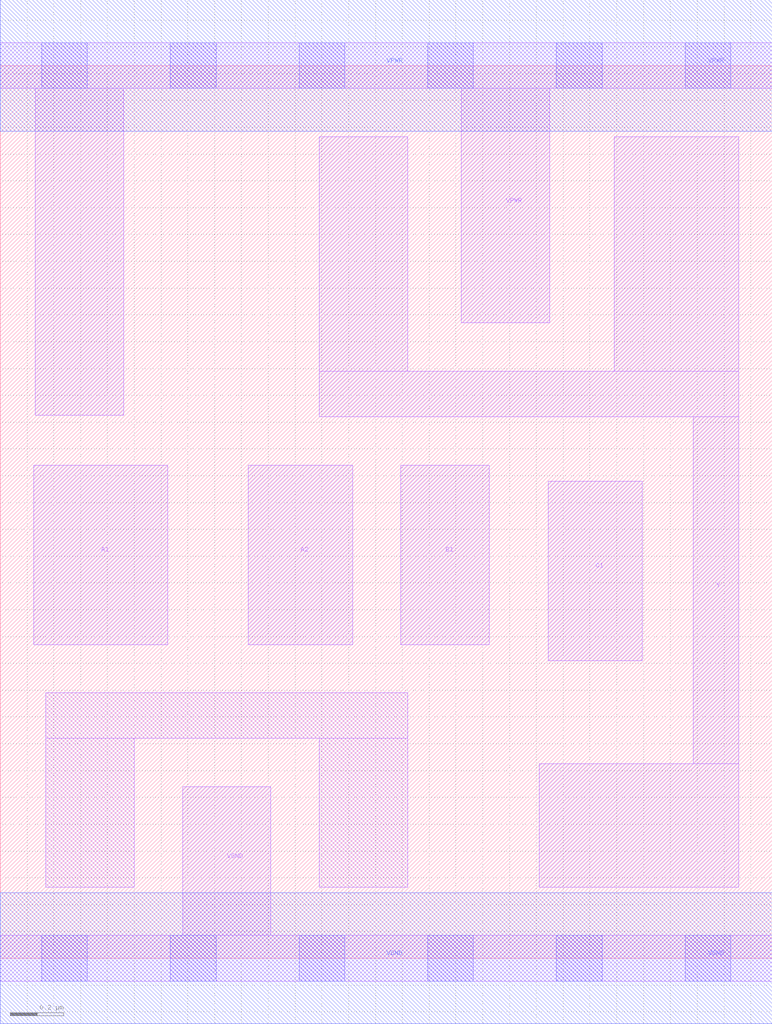
<source format=lef>
# Copyright 2020 The SkyWater PDK Authors
#
# Licensed under the Apache License, Version 2.0 (the "License");
# you may not use this file except in compliance with the License.
# You may obtain a copy of the License at
#
#     https://www.apache.org/licenses/LICENSE-2.0
#
# Unless required by applicable law or agreed to in writing, software
# distributed under the License is distributed on an "AS IS" BASIS,
# WITHOUT WARRANTIES OR CONDITIONS OF ANY KIND, either express or implied.
# See the License for the specific language governing permissions and
# limitations under the License.
#
# SPDX-License-Identifier: Apache-2.0

VERSION 5.7 ;
  NAMESCASESENSITIVE ON ;
  NOWIREEXTENSIONATPIN ON ;
  DIVIDERCHAR "/" ;
  BUSBITCHARS "[]" ;
UNITS
  DATABASE MICRONS 200 ;
END UNITS
MACRO sky130_fd_sc_lp__o211ai_lp
  CLASS CORE ;
  SOURCE USER ;
  FOREIGN sky130_fd_sc_lp__o211ai_lp ;
  ORIGIN  0.000000  0.000000 ;
  SIZE  2.880000 BY  3.330000 ;
  SYMMETRY X Y R90 ;
  SITE unit ;
  PIN A1
    ANTENNAGATEAREA  0.313000 ;
    DIRECTION INPUT ;
    USE SIGNAL ;
    PORT
      LAYER li1 ;
        RECT 0.125000 1.170000 0.625000 1.840000 ;
    END
  END A1
  PIN A2
    ANTENNAGATEAREA  0.313000 ;
    DIRECTION INPUT ;
    USE SIGNAL ;
    PORT
      LAYER li1 ;
        RECT 0.925000 1.170000 1.315000 1.840000 ;
    END
  END A2
  PIN B1
    ANTENNAGATEAREA  0.313000 ;
    DIRECTION INPUT ;
    USE SIGNAL ;
    PORT
      LAYER li1 ;
        RECT 1.495000 1.170000 1.825000 1.840000 ;
    END
  END B1
  PIN C1
    ANTENNAGATEAREA  0.313000 ;
    DIRECTION INPUT ;
    USE SIGNAL ;
    PORT
      LAYER li1 ;
        RECT 2.045000 1.110000 2.395000 1.780000 ;
    END
  END C1
  PIN Y
    ANTENNADIFFAREA  0.724700 ;
    DIRECTION OUTPUT ;
    USE SIGNAL ;
    PORT
      LAYER li1 ;
        RECT 1.190000 2.020000 2.755000 2.190000 ;
        RECT 1.190000 2.190000 1.520000 3.065000 ;
        RECT 2.010000 0.265000 2.755000 0.725000 ;
        RECT 2.290000 2.190000 2.755000 3.065000 ;
        RECT 2.585000 0.725000 2.755000 2.020000 ;
    END
  END Y
  PIN VGND
    DIRECTION INOUT ;
    USE GROUND ;
    PORT
      LAYER li1 ;
        RECT 0.000000 -0.085000 2.880000 0.085000 ;
        RECT 0.680000  0.085000 1.010000 0.640000 ;
      LAYER mcon ;
        RECT 0.155000 -0.085000 0.325000 0.085000 ;
        RECT 0.635000 -0.085000 0.805000 0.085000 ;
        RECT 1.115000 -0.085000 1.285000 0.085000 ;
        RECT 1.595000 -0.085000 1.765000 0.085000 ;
        RECT 2.075000 -0.085000 2.245000 0.085000 ;
        RECT 2.555000 -0.085000 2.725000 0.085000 ;
      LAYER met1 ;
        RECT 0.000000 -0.245000 2.880000 0.245000 ;
    END
  END VGND
  PIN VPWR
    DIRECTION INOUT ;
    USE POWER ;
    PORT
      LAYER li1 ;
        RECT 0.000000 3.245000 2.880000 3.415000 ;
        RECT 0.130000 2.025000 0.460000 3.245000 ;
        RECT 1.720000 2.370000 2.050000 3.245000 ;
      LAYER mcon ;
        RECT 0.155000 3.245000 0.325000 3.415000 ;
        RECT 0.635000 3.245000 0.805000 3.415000 ;
        RECT 1.115000 3.245000 1.285000 3.415000 ;
        RECT 1.595000 3.245000 1.765000 3.415000 ;
        RECT 2.075000 3.245000 2.245000 3.415000 ;
        RECT 2.555000 3.245000 2.725000 3.415000 ;
      LAYER met1 ;
        RECT 0.000000 3.085000 2.880000 3.575000 ;
    END
  END VPWR
  OBS
    LAYER li1 ;
      RECT 0.170000 0.265000 0.500000 0.820000 ;
      RECT 0.170000 0.820000 1.520000 0.990000 ;
      RECT 1.190000 0.265000 1.520000 0.820000 ;
  END
END sky130_fd_sc_lp__o211ai_lp

</source>
